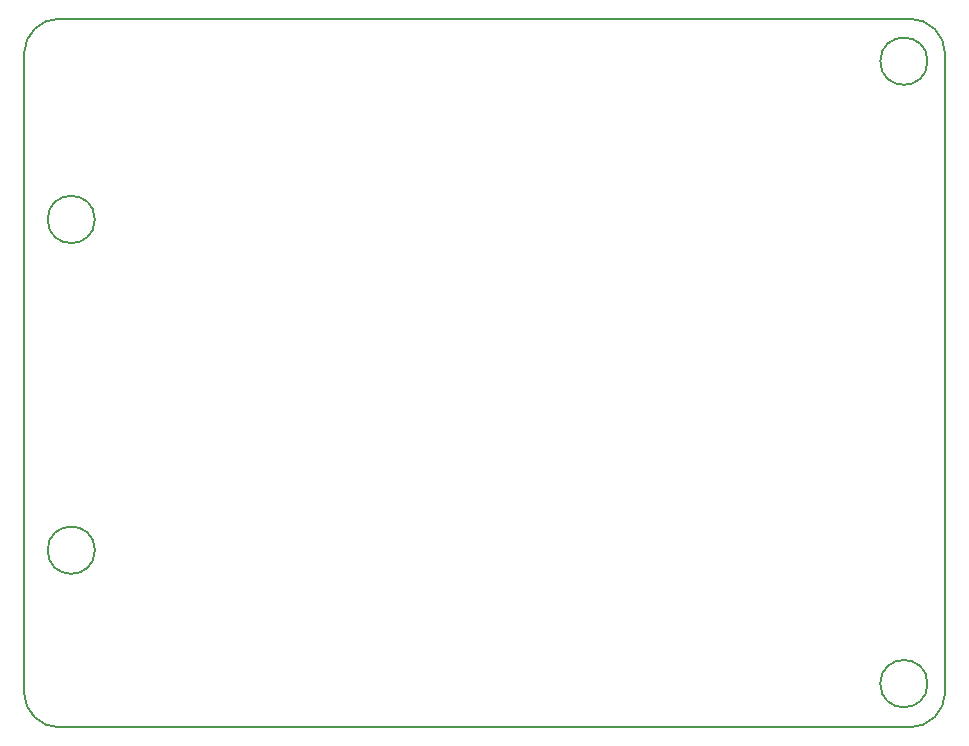
<source format=gm1>
G04 #@! TF.FileFunction,Profile,NP*
%FSLAX46Y46*%
G04 Gerber Fmt 4.6, Leading zero omitted, Abs format (unit mm)*
G04 Created by KiCad (PCBNEW 4.0.7) date 09/18/17 08:38:16*
%MOMM*%
%LPD*%
G01*
G04 APERTURE LIST*
%ADD10C,0.100000*%
%ADD11C,0.150000*%
G04 APERTURE END LIST*
D10*
D11*
X182600000Y-120400000D02*
X110600000Y-120400000D01*
X185600000Y-63400000D02*
X185600000Y-117400000D01*
X110600000Y-60400000D02*
X182600000Y-60400000D01*
X107600000Y-117400000D02*
X107600000Y-63400000D01*
X185600000Y-63400000D02*
G75*
G03X182600000Y-60400000I-3000000J0D01*
G01*
X110600000Y-60400000D02*
G75*
G03X107600000Y-63400000I0J-3000000D01*
G01*
X107600000Y-117400000D02*
G75*
G03X110600000Y-120400000I3000000J0D01*
G01*
X182600000Y-120400000D02*
G75*
G03X185600000Y-117400000I0J3000000D01*
G01*
X184100000Y-64000000D02*
G75*
G03X184100000Y-64000000I-2000000J0D01*
G01*
X184100000Y-116700000D02*
G75*
G03X184100000Y-116700000I-2000000J0D01*
G01*
X113600000Y-77400000D02*
G75*
G03X113600000Y-77400000I-2000000J0D01*
G01*
X113600000Y-105400000D02*
G75*
G03X113600000Y-105400000I-2000000J0D01*
G01*
M02*

</source>
